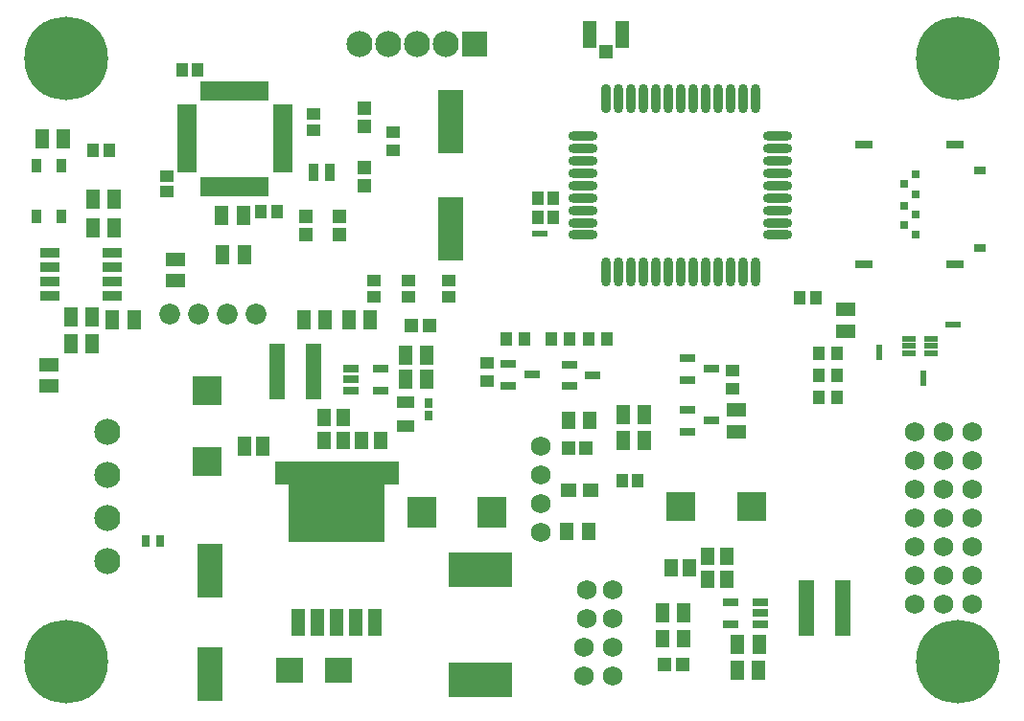
<source format=gts>
G04*
G04 #@! TF.GenerationSoftware,Altium Limited,Altium Designer,23.0.1 (38)*
G04*
G04 Layer_Color=8388736*
%FSLAX44Y44*%
%MOMM*%
G71*
G04*
G04 #@! TF.SameCoordinates,185929F6-D6CA-45C1-83F6-0EDFB83A3BC2*
G04*
G04*
G04 #@! TF.FilePolarity,Negative*
G04*
G01*
G75*
%ADD62R,1.4032X0.8032*%
%ADD63R,2.2032X5.7032*%
%ADD64O,0.8000X2.6000*%
%ADD65O,2.6000X0.8000*%
%ADD66O,0.9000X2.6000*%
%ADD67R,1.2032X1.6532*%
%ADD68R,1.4332X0.8032*%
%ADD69R,0.9832X1.1932*%
%ADD70R,1.1532X1.1032*%
%ADD71R,1.6532X1.2032*%
%ADD72R,1.6782X0.5032*%
%ADD73R,0.5032X1.6782*%
%ADD74R,0.8032X0.8032*%
%ADD75R,1.1032X0.7032*%
%ADD76R,1.6032X0.8032*%
%ADD77R,0.8032X0.9532*%
%ADD78R,2.5732X2.6332*%
%ADD79R,2.3032X4.7032*%
%ADD80R,2.4532X2.2532*%
%ADD81R,1.2232X2.3632*%
%ADD82R,8.5332X7.1932*%
%ADD83R,1.4382X2.1132*%
%ADD84R,1.2032X1.6032*%
%ADD85R,1.1532X1.2032*%
%ADD86R,1.1432X1.6332*%
%ADD87R,0.6232X0.6632*%
%ADD88R,1.4532X0.8032*%
%ADD89R,1.2232X1.6732*%
%ADD90R,1.1032X1.1532*%
%ADD91R,1.3032X0.6032*%
%ADD92R,1.1532X1.1532*%
%ADD93R,0.6632X0.6232*%
%ADD94R,1.1932X0.9832*%
%ADD95R,1.2032X1.1532*%
%ADD96R,0.9032X1.2032*%
%ADD97R,1.7532X0.8532*%
%ADD98R,0.9532X1.6032*%
%ADD99R,2.6332X2.5732*%
%ADD100R,1.2032X1.2532*%
%ADD101R,1.2532X2.4032*%
%ADD102R,2.5032X2.7032*%
%ADD103R,1.5532X1.0032*%
%ADD104R,1.4532X4.9032*%
%ADD105R,0.7532X1.0032*%
%ADD106R,1.4032X1.2532*%
%ADD107R,5.6032X3.1032*%
%ADD108C,1.7272*%
%ADD109C,2.3032*%
%ADD110R,2.3032X2.3032*%
%ADD111C,7.4032*%
%ADD112C,1.8382*%
D62*
X301960Y309935D02*
D03*
Y300435D02*
D03*
Y290935D02*
D03*
X327960D02*
D03*
Y309935D02*
D03*
X663240Y84480D02*
D03*
Y93980D02*
D03*
Y103480D02*
D03*
X637240D02*
D03*
Y84480D02*
D03*
D63*
X390002Y433504D02*
D03*
Y528505D02*
D03*
D64*
X527267Y395776D02*
D03*
X538267D02*
D03*
X549267D02*
D03*
X560267D02*
D03*
X571267D02*
D03*
X582267D02*
D03*
X593267D02*
D03*
X604267D02*
D03*
X615267D02*
D03*
X626267D02*
D03*
X637267D02*
D03*
X648267D02*
D03*
X659267D02*
D03*
Y548776D02*
D03*
X648267D02*
D03*
X637267D02*
D03*
X626267D02*
D03*
X615267D02*
D03*
X604267D02*
D03*
X593267D02*
D03*
X582267D02*
D03*
X571267D02*
D03*
X560267D02*
D03*
X549267D02*
D03*
X538267D02*
D03*
D65*
X679267Y428276D02*
D03*
Y439276D02*
D03*
Y450276D02*
D03*
Y461276D02*
D03*
Y472276D02*
D03*
Y483276D02*
D03*
Y494276D02*
D03*
Y505276D02*
D03*
Y516276D02*
D03*
X507267D02*
D03*
Y505276D02*
D03*
Y494276D02*
D03*
Y483276D02*
D03*
Y472276D02*
D03*
Y461276D02*
D03*
Y450276D02*
D03*
Y439276D02*
D03*
Y428276D02*
D03*
D66*
X527267Y548776D02*
D03*
D67*
X561340Y269240D02*
D03*
X542340D02*
D03*
X561340Y246380D02*
D03*
X542340D02*
D03*
X208002Y410805D02*
D03*
X189002D02*
D03*
X577240Y93980D02*
D03*
X596240D02*
D03*
X662280Y43180D02*
D03*
X643280D02*
D03*
X662456Y66383D02*
D03*
X643456D02*
D03*
X207194Y445987D02*
D03*
X188194D02*
D03*
X279400Y353060D02*
D03*
X260400D02*
D03*
X93320Y434340D02*
D03*
X74320D02*
D03*
X110440Y353060D02*
D03*
X91440D02*
D03*
X74320Y459740D02*
D03*
X93320D02*
D03*
X54660Y332223D02*
D03*
X73660D02*
D03*
Y355600D02*
D03*
X54660D02*
D03*
X29250Y513080D02*
D03*
X48250D02*
D03*
X369282Y322361D02*
D03*
X350281D02*
D03*
X350207Y300776D02*
D03*
X369207D02*
D03*
X319380Y353060D02*
D03*
X300380D02*
D03*
D68*
X599000Y273660D02*
D03*
Y254660D02*
D03*
X620200Y264160D02*
D03*
X599000Y319380D02*
D03*
Y300380D02*
D03*
X620200Y309880D02*
D03*
D69*
X541640Y210820D02*
D03*
X555640D02*
D03*
X712410Y373017D02*
D03*
X698410D02*
D03*
X480874Y443684D02*
D03*
X466874D02*
D03*
Y461295D02*
D03*
X480874D02*
D03*
X88468Y503301D02*
D03*
X74468D02*
D03*
X166766Y574040D02*
D03*
X152766D02*
D03*
X222870Y448818D02*
D03*
X236870D02*
D03*
D70*
X639359Y308619D02*
D03*
Y292619D02*
D03*
X422349Y315251D02*
D03*
Y299251D02*
D03*
X339472Y503004D02*
D03*
Y519004D02*
D03*
D71*
X642366Y273660D02*
D03*
Y254660D02*
D03*
X739140Y343560D02*
D03*
Y362560D02*
D03*
X146980Y406877D02*
D03*
Y387877D02*
D03*
X35647Y313950D02*
D03*
Y294950D02*
D03*
D72*
X157265Y490951D02*
D03*
Y485951D02*
D03*
Y495951D02*
D03*
Y500951D02*
D03*
Y505951D02*
D03*
Y510951D02*
D03*
Y515951D02*
D03*
Y520951D02*
D03*
Y525951D02*
D03*
Y530951D02*
D03*
Y535951D02*
D03*
Y540951D02*
D03*
X242025D02*
D03*
Y535951D02*
D03*
Y530951D02*
D03*
Y525951D02*
D03*
Y520951D02*
D03*
Y515951D02*
D03*
Y510951D02*
D03*
Y505951D02*
D03*
Y500951D02*
D03*
Y495951D02*
D03*
Y490951D02*
D03*
Y485951D02*
D03*
D73*
X227145Y471072D02*
D03*
X222145D02*
D03*
X217145D02*
D03*
X212145D02*
D03*
X207145D02*
D03*
X202145D02*
D03*
X197145D02*
D03*
X192145D02*
D03*
X187145D02*
D03*
X182145D02*
D03*
X177145D02*
D03*
X172145D02*
D03*
Y555831D02*
D03*
X177145D02*
D03*
X182145D02*
D03*
X187145D02*
D03*
X192145D02*
D03*
X197145D02*
D03*
X202145D02*
D03*
X207145D02*
D03*
X212145D02*
D03*
X217145D02*
D03*
X222145D02*
D03*
X227145D02*
D03*
D74*
X790400Y437320D02*
D03*
Y454220D02*
D03*
Y473320D02*
D03*
X801000Y446320D02*
D03*
Y464320D02*
D03*
Y482320D02*
D03*
Y428320D02*
D03*
D75*
X857600Y417220D02*
D03*
Y485320D02*
D03*
D76*
X755100Y402320D02*
D03*
Y508320D02*
D03*
X835100Y402320D02*
D03*
Y508320D02*
D03*
D77*
X370840Y268820D02*
D03*
Y279820D02*
D03*
D78*
X593640Y187960D02*
D03*
X656040D02*
D03*
D79*
X177666Y131276D02*
D03*
Y40276D02*
D03*
D80*
X247740Y43180D02*
D03*
X290740D02*
D03*
D81*
X255446Y85751D02*
D03*
X272446D02*
D03*
X289446D02*
D03*
X306446D02*
D03*
X323446D02*
D03*
D82*
X289446Y192501D02*
D03*
D83*
X337271Y217901D02*
D03*
X241621D02*
D03*
D84*
X577240Y71120D02*
D03*
X596240D02*
D03*
X493957Y264553D02*
D03*
X512957D02*
D03*
X492947Y165959D02*
D03*
X511947D02*
D03*
D85*
X594740Y48260D02*
D03*
X578740D02*
D03*
X371220Y347980D02*
D03*
X355220D02*
D03*
D86*
X601253Y133874D02*
D03*
X584853D02*
D03*
X617260Y124000D02*
D03*
X633660D02*
D03*
X617260Y144320D02*
D03*
X633660D02*
D03*
X278820Y266700D02*
D03*
X295220D02*
D03*
X278820Y246380D02*
D03*
X295220D02*
D03*
X328240D02*
D03*
X311840D02*
D03*
D87*
X768860Y327660D02*
D03*
Y321060D02*
D03*
X807619Y305234D02*
D03*
Y298634D02*
D03*
D88*
X494755Y313756D02*
D03*
Y294656D02*
D03*
X515755Y304206D02*
D03*
X462092Y304731D02*
D03*
X441092Y295181D02*
D03*
Y314281D02*
D03*
D89*
X224000Y241300D02*
D03*
X207800D02*
D03*
D90*
X731196Y284836D02*
D03*
X715196D02*
D03*
X731196Y304206D02*
D03*
X715196D02*
D03*
X731196Y324083D02*
D03*
X715196D02*
D03*
X455342Y336141D02*
D03*
X439342D02*
D03*
X512371Y336743D02*
D03*
X528371D02*
D03*
X494765D02*
D03*
X478765D02*
D03*
D91*
X814541Y336833D02*
D03*
Y330333D02*
D03*
Y323833D02*
D03*
X794541D02*
D03*
Y330333D02*
D03*
Y336833D02*
D03*
D92*
X509697Y239754D02*
D03*
X494697D02*
D03*
D93*
X472060Y429863D02*
D03*
X465460D02*
D03*
X830586Y349118D02*
D03*
X837186D02*
D03*
D94*
X322514Y388000D02*
D03*
Y374000D02*
D03*
X353060Y388000D02*
D03*
Y374000D02*
D03*
X388620Y388000D02*
D03*
Y374000D02*
D03*
X269240Y521320D02*
D03*
Y535320D02*
D03*
X139236Y480445D02*
D03*
Y466445D02*
D03*
D95*
X314010Y487906D02*
D03*
Y471906D02*
D03*
Y524602D02*
D03*
Y540602D02*
D03*
X292100Y444500D02*
D03*
Y428500D02*
D03*
X262473Y444487D02*
D03*
Y428487D02*
D03*
D96*
X46310Y489860D02*
D03*
Y444860D02*
D03*
X24810Y489860D02*
D03*
Y444860D02*
D03*
D97*
X35978Y374672D02*
D03*
Y387372D02*
D03*
Y400072D02*
D03*
Y412772D02*
D03*
X90978D02*
D03*
Y400072D02*
D03*
Y387372D02*
D03*
Y374672D02*
D03*
D98*
X269332Y484098D02*
D03*
X283832D02*
D03*
D99*
X175260Y290280D02*
D03*
Y227880D02*
D03*
D100*
X527383Y590013D02*
D03*
D101*
X542133Y605262D02*
D03*
X512633D02*
D03*
D102*
X426921Y183498D02*
D03*
X364921D02*
D03*
D103*
X350624Y280387D02*
D03*
Y259387D02*
D03*
D104*
X269240Y307340D02*
D03*
X236740D02*
D03*
X704299Y98370D02*
D03*
X736799D02*
D03*
D105*
X133250Y157480D02*
D03*
X120750D02*
D03*
D106*
X513505Y202427D02*
D03*
X494505D02*
D03*
D107*
X416560Y35320D02*
D03*
Y132320D02*
D03*
D108*
X469900Y190500D02*
D03*
Y165100D02*
D03*
Y215900D02*
D03*
Y241300D02*
D03*
X266700Y213360D02*
D03*
Y172720D02*
D03*
X292100D02*
D03*
X317500D02*
D03*
X292100Y190500D02*
D03*
X266700D02*
D03*
X317500Y193040D02*
D03*
Y213360D02*
D03*
X292100D02*
D03*
X533400Y114300D02*
D03*
Y88900D02*
D03*
Y63500D02*
D03*
Y38100D02*
D03*
X510540Y114300D02*
D03*
Y88900D02*
D03*
X508000Y63500D02*
D03*
Y38100D02*
D03*
X800100Y101600D02*
D03*
X825500D02*
D03*
X850900D02*
D03*
Y127000D02*
D03*
X825500D02*
D03*
X800100D02*
D03*
Y152400D02*
D03*
X825500D02*
D03*
X850900D02*
D03*
X800100Y177800D02*
D03*
X825500D02*
D03*
X850900D02*
D03*
Y203200D02*
D03*
X825500D02*
D03*
X800100D02*
D03*
Y228600D02*
D03*
X825500D02*
D03*
X850900D02*
D03*
Y254000D02*
D03*
X825500D02*
D03*
X800100D02*
D03*
D109*
X309880Y596900D02*
D03*
X335280D02*
D03*
X360680D02*
D03*
X386080D02*
D03*
X87044Y139635D02*
D03*
Y177735D02*
D03*
Y253935D02*
D03*
Y215835D02*
D03*
D110*
X411480Y596900D02*
D03*
D111*
X50800Y50800D02*
D03*
Y584200D02*
D03*
X838200Y50800D02*
D03*
Y584200D02*
D03*
D112*
X142240Y358140D02*
D03*
X167640D02*
D03*
X193040D02*
D03*
X218440D02*
D03*
M02*

</source>
